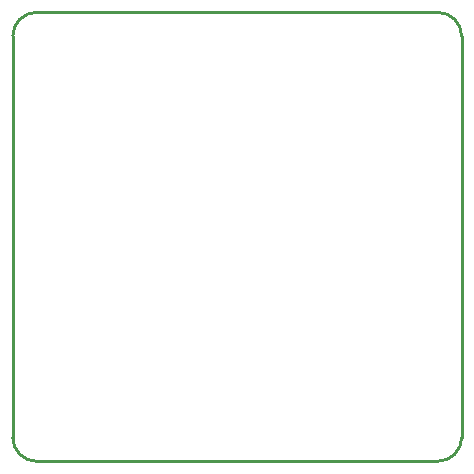
<source format=gko>
G04 Layer: BoardOutline*
G04 EasyEDA v6.3.22, 2020-01-22T11:07:26+01:00*
G04 dbe5752f4b9e44bf826be982e50114fc,6ac03ef627a24f5ab7c901ca926ad83b,10*
G04 Gerber Generator version 0.2*
G04 Scale: 100 percent, Rotated: No, Reflected: No *
G04 Dimensions in millimeters *
G04 leading zeros omitted , absolute positions ,3 integer and 3 decimal *
%FSLAX33Y33*%
%MOMM*%
G90*
G71D02*

%ADD10C,0.254000*%
G54D10*
G01X38000Y36000D02*
G01X38000Y1999D01*
G01X1999Y38000D02*
G01X36000Y38000D01*
G01X36000Y0D02*
G01X1999Y0D01*
G01X0Y1999D02*
G01X0Y36000D01*
G75*
G01X36000Y38000D02*
G02X38000Y36000I0J-2000D01*
G01*
G75*
G01X38000Y2000D02*
G02X36000Y0I-2000J0D01*
G01*
G75*
G01X2000Y0D02*
G02X0Y2000I0J2000D01*
G01*
G75*
G01X0Y36000D02*
G02X2000Y38000I2000J0D01*
G01*

%LPD*%
M00*
M02*

</source>
